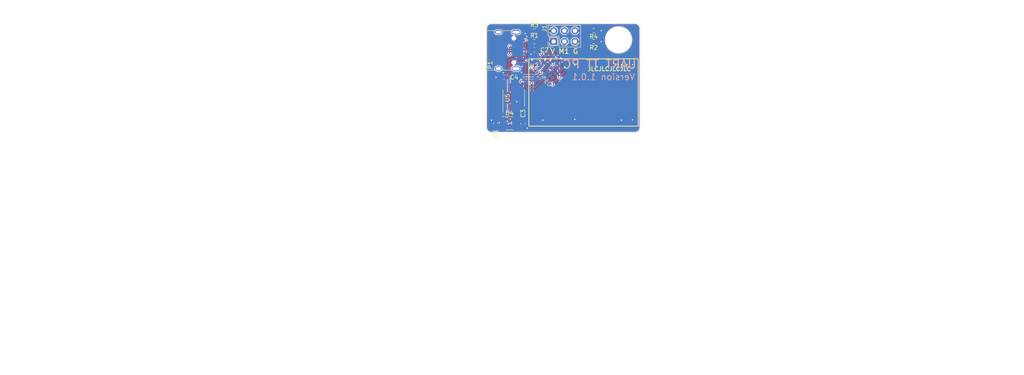
<source format=kicad_pcb>
(kicad_pcb (version 20211014) (generator pcbnew)
  (title_block (title "UART TT PC") (date "2022-03-10") (rev "1.0.1"))
  (layers (0 "F.Cu" signal) (31 "B.Cu" signal) (34 "B.Paste" user) (35 "F.Paste" user) (36 "B.SilkS" user "B.Silkscreen") (37 "F.SilkS" user "F.Silkscreen") (38 "B.Mask" user) (39 "F.Mask" user) (44 "Edge.Cuts" user))
  (net 0 "")
  (net 1 "+5V")
  (net 2 "GND")
  (net 3 "+3V3")
  (net 4 "Net-(C4-Pad1)")
  (net 5 "Net-(J1-Pad1)")
  (net 6 "Net-(J1-Pad2)")
  (net 7 "/M1")
  (net 8 "/M0")
  (net 9 "Net-(J1-Pad5)")
  (net 10 "Net-(J1-Pad6)")
  (net 12 "/USB_DP")
  (net 13 "/USB_DM")
  (net 17 "/U_RXD")
  (net 24 "/U0_RXD")
  (net 25 "/U0_TXD")
  (net 26 "/U_TXD")
  (footprint "TTLibrary:SOIC-8_3.9x4.9mm_P1.27mm" (layer "F.Cu") (at 141.8 95.5 90)
    (fp_text reference "U5" (at 0 -1.5 90) (layer "F.SilkS"))
    (fp_text value "CH330N")
    (fp_line (start 0 -2.56) (end 1.95 -2.56) (layer "F.SilkS") (width 0.12))
    (fp_line (start 0 2.56) (end -1.95 2.56) (layer "F.SilkS") (width 0.12))
    (fp_line (start 0 -2.56) (end -3.45 -2.56) (layer "F.SilkS") (width 0.12))
    (fp_line (start 0 2.56) (end 1.95 2.56) (layer "F.SilkS") (width 0.12))
    (pad "1" smd roundrect (at -2.475 -1.905 90) (size 1.95 0.6) (layers "F.Cu" "F.Paste" "F.Mask") (net 12 "/USB_DP"))
    (pad "2" smd roundrect (at -2.475 -0.635 90) (size 1.95 0.6) (layers "F.Cu" "F.Paste" "F.Mask") (net 13 "/USB_DM"))
    (pad "3" smd roundrect (at -2.475 0.635 90) (size 1.95 0.6) (layers "F.Cu" "F.Paste" "F.Mask") (net 2 "GND"))
    (pad "4" smd roundrect (at -2.475 1.905 90) (size 1.95 0.6) (layers "F.Cu" "F.Paste" "F.Mask"))
    (pad "5" smd roundrect (at 2.475 1.905 90) (size 1.95 0.6) (layers "F.Cu" "F.Paste" "F.Mask") (net 1 "+5V"))
    (pad "6" smd roundrect (at 2.475 0.635 90) (size 1.95 0.6) (layers "F.Cu" "F.Paste" "F.Mask") (net 24 "/U0_RXD"))
    (pad "7" smd roundrect (at 2.475 -0.635 90) (size 1.95 0.6) (layers "F.Cu" "F.Paste" "F.Mask") (net 25 "/U0_TXD"))
    (pad "8" smd roundrect (at 2.475 -1.905 90) (size 1.95 0.6) (layers "F.Cu" "F.Paste" "F.Mask") (net 4 "Net-(C4-Pad1)"))
  )
  (footprint "TTLibrary:R_0603_1608Metric" (layer "F.Cu") (at 146.7 82.1)
    (fp_text reference "R1" (at 0 -1.43 -180) (layer "F.SilkS"))
    (fp_text value "10kR")
    (fp_line (start -0.237258 0.5225) (end 0.237258 0.5225) (layer "F.SilkS") (width 0.12))
    (fp_line (start -0.237258 -0.5225) (end 0.237258 -0.5225) (layer "F.SilkS") (width 0.12))
    (pad "1" smd roundrect (at -0.825 0) (size 0.8 0.95) (layers "F.Cu" "F.Paste" "F.Mask") (net 3 "+3V3"))
    (pad "2" smd roundrect (at 0.825 0) (size 0.8 0.95) (layers "F.Cu" "F.Paste" "F.Mask") (net 5 "Net-(J1-Pad1)"))
  )
  (footprint "TTLibrary:R_0603_1608Metric" (layer "F.Cu") (at 146.7 79.6)
    (fp_text reference "R3" (at 0 -1.43 -180) (layer "F.SilkS"))
    (fp_text value "10kR")
    (fp_line (start -0.237258 -0.5225) (end 0.237258 -0.5225) (layer "F.SilkS") (width 0.12))
    (fp_line (start -0.237258 0.5225) (end 0.237258 0.5225) (layer "F.SilkS") (width 0.12))
    (pad "1" smd roundrect (at -0.825 0) (size 0.8 0.95) (layers "F.Cu" "F.Paste" "F.Mask") (net 3 "+3V3"))
    (pad "2" smd roundrect (at 0.825 0) (size 0.8 0.95) (layers "F.Cu" "F.Paste" "F.Mask") (net 6 "Net-(J1-Pad2)"))
  )
  (footprint "TTLibrary:PinHeader_2x03_P2.54mm_Vertical" (layer "F.Cu") (at 151.275 82.075 90)
    (fp_text reference "J1" (at 3.075 -2.175 90) (layer "F.SilkS"))
    (fp_text value "Conn_02x03_Odd_Even")
    (fp_line (start -1.33 0) (end -1.33 -1.33) (layer "F.SilkS") (width 0.12))
    (fp_line (start -1.33 -1.33) (end 0 -1.33) (layer "F.SilkS") (width 0.12))
    (fp_line (start 1.27 1.27) (end 1.27 -1.33) (layer "F.SilkS") (width 0.12))
    (fp_line (start -1.33 1.27) (end -1.33 6.41) (layer "F.SilkS") (width 0.12))
    (fp_line (start 3.87 -1.33) (end 3.87 6.41) (layer "F.SilkS") (width 0.12))
    (fp_line (start -1.33 1.27) (end 1.27 1.27) (layer "F.SilkS") (width 0.12))
    (fp_line (start 1.27 -1.33) (end 3.87 -1.33) (layer "F.SilkS") (width 0.12))
    (fp_line (start -1.33 6.41) (end 3.87 6.41) (layer "F.SilkS") (width 0.12))
    (pad "1" thru_hole rect (at 0 0 90) (size 1.7 1.7) (drill 1) (layers *.Cu *.Mask) (net 5 "Net-(J1-Pad1)"))
    (pad "2" thru_hole oval (at 2.54 0 90) (size 1.7 1.7) (drill 1) (layers *.Cu *.Mask) (net 6 "Net-(J1-Pad2)"))
    (pad "3" thru_hole oval (at 0 2.54 90) (size 1.7 1.7) (drill 1) (layers *.Cu *.Mask) (net 7 "/M1"))
    (pad "4" thru_hole oval (at 2.54 2.54 90) (size 1.7 1.7) (drill 1) (layers *.Cu *.Mask) (net 8 "/M0"))
    (pad "5" thru_hole oval (at 0 5.08 90) (size 1.7 1.7) (drill 1) (layers *.Cu *.Mask) (net 9 "Net-(J1-Pad5)"))
    (pad "6" thru_hole oval (at 2.54 5.08 90) (size 1.7 1.7) (drill 1) (layers *.Cu *.Mask) (net 10 "Net-(J1-Pad6)"))
  )
  (footprint "TTLibrary:C_0603_1608Metric" (layer "F.Cu") (at 146.7 84.1 180)
    (fp_text reference "C2" (at -2.4 0) (layer "F.SilkS"))
    (fp_text value "10uF")
    (fp_line (start -0.14058 -0.51) (end 0.14058 -0.51) (layer "F.SilkS") (width 0.12))
    (fp_line (start -0.14058 0.51) (end 0.14058 0.51) (layer "F.SilkS") (width 0.12))
    (pad "1" smd roundrect (at -0.775 0 180) (size 0.9 0.95) (layers "F.Cu" "F.Paste" "F.Mask") (net 3 "+3V3"))
    (pad "2" smd roundrect (at 0.775 0 180) (size 0.9 0.95) (layers "F.Cu" "F.Paste" "F.Mask") (net 2 "GND"))
  )
  (footprint "TTLibrary:SOT-23-5" (layer "F.Cu") (at 140.8 101.5)
    (fp_text reference "U4" (at 0 -2.4) (layer "F.SilkS"))
    (fp_text value "HX9193")
    (fp_line (start 0 1.56) (end -0.8 1.56) (layer "F.SilkS") (width 0.12))
    (fp_line (start 0 1.56) (end 0.8 1.56) (layer "F.SilkS") (width 0.12))
    (fp_line (start 0 -1.56) (end 0.8 -1.56) (layer "F.SilkS") (width 0.12))
    (fp_line (start 0 -1.56) (end -1.8 -1.56) (layer "F.SilkS") (width 0.12))
    (pad "1" smd roundrect (at -1.1375 -0.95) (size 1.325 0.6) (layers "F.Cu" "F.Paste" "F.Mask") (net 1 "+5V"))
    (pad "2" smd roundrect (at -1.1375 0) (size 1.325 0.6) (layers "F.Cu" "F.Paste" "F.Mask") (net 2 "GND"))
    (pad "3" smd roundrect (at -1.1375 0.95) (size 1.325 0.6) (layers "F.Cu" "F.Paste" "F.Mask") (net 1 "+5V"))
    (pad "4" smd roundrect (at 1.1375 0.95) (size 1.325 0.6) (layers "F.Cu" "F.Paste" "F.Mask"))
    (pad "5" smd roundrect (at 1.1375 -0.95) (size 1.325 0.6) (layers "F.Cu" "F.Paste" "F.Mask") (net 3 "+3V3"))
  )
  (footprint "TTLibrary:R_0603_1608Metric" (layer "F.Cu") (at 160.8 82.1 180)
    (fp_text reference "R2" (at 0 -1.43) (layer "F.SilkS"))
    (fp_text value "10kR")
    (fp_line (start -0.237258 -0.5225) (end 0.237258 -0.5225) (layer "F.SilkS") (width 0.12))
    (fp_line (start -0.237258 0.5225) (end 0.237258 0.5225) (layer "F.SilkS") (width 0.12))
    (pad "1" smd roundrect (at -0.825 0 180) (size 0.8 0.95) (layers "F.Cu" "F.Paste" "F.Mask") (net 2 "GND"))
    (pad "2" smd roundrect (at 0.825 0 180) (size 0.8 0.95) (layers "F.Cu" "F.Paste" "F.Mask") (net 9 "Net-(J1-Pad5)"))
  )
  (footprint "TTLibrary:C_0603_1608Metric" (layer "F.Cu") (at 137.5 101.5 90)
    (fp_text reference "C1" (at -2.4 0 -90) (layer "F.SilkS"))
    (fp_text value "100nF")
    (fp_line (start -0.14058 0.51) (end 0.14058 0.51) (layer "F.SilkS") (width 0.12))
    (fp_line (start -0.14058 -0.51) (end 0.14058 -0.51) (layer "F.SilkS") (width 0.12))
    (pad "1" smd roundrect (at -0.775 0 90) (size 0.9 0.95) (layers "F.Cu" "F.Paste" "F.Mask") (net 1 "+5V"))
    (pad "2" smd roundrect (at 0.775 0 90) (size 0.9 0.95) (layers "F.Cu" "F.Paste" "F.Mask") (net 2 "GND"))
  )
  (footprint "TTLibrary:USB_C_Receptacle_HRO_TYPE-C-31-M-12" (layer "F.Cu") (at 139.2 84.2 -90)
    (fp_text reference "P1" (at 3.5 3 90) (layer "F.SilkS"))
    (fp_text value "USB_C_Plug_USB2.0")
    (fp_line (start -4.7 -1.9) (end -4.7 0.1) (layer "F.SilkS") (width 0.12))
    (fp_line (start 4.7 2) (end 4.7 3.9) (layer "F.SilkS") (width 0.12))
    (fp_line (start -4.7 3.9) (end 4.7 3.9) (layer "F.SilkS") (width 0.12))
    (fp_line (start 4.7 -1.9) (end 4.7 0.1) (layer "F.SilkS") (width 0.12))
    (fp_line (start -4.7 2) (end -4.7 3.9) (layer "F.SilkS") (width 0.12))
    (pad "" np_thru_hole circle locked (at -2.89 -2.6 270) (size 0.65 0.65) (drill 0.65) (layers *.Cu *.Mask))
    (pad "" np_thru_hole circle locked (at 2.89 -2.6 270) (size 0.65 0.65) (drill 0.65) (layers *.Cu *.Mask))
    (pad "A1" smd rect locked (at -3.25 -4.045 270) (size 0.6 1.45) (layers "F.Cu" "F.Paste" "F.Mask") (net 2 "GND"))
    (pad "A4" smd rect locked (at -2.45 -4.045 270) (size 0.6 1.45) (layers "F.Cu" "F.Paste" "F.Mask") (net 1 "+5V"))
    (pad "A5" smd rect locked (at -1.25 -4.045 270) (size 0.3 1.45) (layers "F.Cu" "F.Paste" "F.Mask"))
    (pad "A6" smd rect locked (at -0.25 -4.045 270) (size 0.3 1.45) (layers "F.Cu" "F.Paste" "F.Mask") (net 12 "/USB_DP"))
    (pad "A7" smd rect locked (at 0.25 -4.045 270) (size 0.3 1.45) (layers "F.Cu" "F.Paste" "F.Mask") (net 13 "/USB_DM"))
    (pad "A8" smd rect locked (at 1.25 -4.045 270) (size 0.3 1.45) (layers "F.Cu" "F.Paste" "F.Mask"))
    (pad "A9" smd rect locked (at 2.45 -4.045 270) (size 0.6 1.45) (layers "F.Cu" "F.Paste" "F.Mask") (net 1 "+5V"))
    (pad "A12" smd rect locked (at 3.25 -4.045 270) (size 0.6 1.45) (layers "F.Cu" "F.Paste" "F.Mask") (net 2 "GND"))
    (pad "B1" smd rect locked (at 3.25 -4.045 270) (size 0.6 1.45) (layers "F.Cu" "F.Paste" "F.Mask") (net 2 "GND"))
    (pad "B4" smd rect locked (at 2.45 -4.045 270) (size 0.6 1.45) (layers "F.Cu" "F.Paste" "F.Mask") (net 1 "+5V"))
    (pad "B5" smd rect locked (at 1.75 -4.045 270) (size 0.3 1.45) (layers "F.Cu" "F.Paste" "F.Mask"))
    (pad "B6" smd rect locked (at 0.75 -4.045 270) (size 0.3 1.45) (layers "F.Cu" "F.Paste" "F.Mask") (net 12 "/USB_DP"))
    (pad "B7" smd rect locked (at -0.75 -4.045 270) (size 0.3 1.45) (layers "F.Cu" "F.Paste" "F.Mask") (net 13 "/USB_DM"))
    (pad "B8" smd rect locked (at -1.75 -4.045 270) (size 0.3 1.45) (layers "F.Cu" "F.Paste" "F.Mask"))
    (pad "B9" smd rect locked (at -2.45 -4.045 270) (size 0.6 1.45) (layers "F.Cu" "F.Paste" "F.Mask") (net 1 "+5V"))
    (pad "B12" smd rect locked (at -3.25 -4.045 270) (size 0.6 1.45) (layers "F.Cu" "F.Paste" "F.Mask") (net 2 "GND"))
    (pad "S1" thru_hole oval locked (at -4.32 1.05 270) (size 1 1.6) (drill oval 0.6 1.2) (layers *.Cu *.Mask))
    (pad "S1" thru_hole oval locked (at -4.32 -3.13 270) (size 1 2.1) (drill oval 0.6 1.7) (layers *.Cu *.Mask))
    (pad "S1" thru_hole oval locked (at 4.32 1.05 270) (size 1 1.6) (drill oval 0.6 1.2) (layers *.Cu *.Mask))
    (pad "S1" thru_hole oval locked (at 4.32 -3.13 270) (size 1 2.1) (drill oval 0.6 1.7) (layers *.Cu *.Mask))
  )
  (footprint "TTLibrary:C_0603_1608Metric" (layer "F.Cu") (at 144 101.6 -90)
    (fp_text reference "C3" (at -2.4 0 -270) (layer "F.SilkS"))
    (fp_text value "100nF")
    (fp_line (start -0.14058 -0.51) (end 0.14058 -0.51) (layer "F.SilkS") (width 0.12))
    (fp_line (start -0.14058 0.51) (end 0.14058 0.51) (layer "F.SilkS") (width 0.12))
    (pad "1" smd roundrect (at -0.775 0 270) (size 0.9 0.95) (layers "F.Cu" "F.Paste" "F.Mask") (net 3 "+3V3"))
    (pad "2" smd roundrect (at 0.775 0 270) (size 0.9 0.95) (layers "F.Cu" "F.Paste" "F.Mask") (net 2 "GND"))
  )
  (footprint "TTLibrary:C_0603_1608Metric" (layer "F.Cu") (at 139.5 90.6 180)
    (fp_text reference "C4" (at -2.4 0) (layer "F.SilkS"))
    (fp_text value "100nF")
    (fp_line (start -0.14058 0.51) (end 0.14058 0.51) (layer "F.SilkS") (width 0.12))
    (fp_line (start -0.14058 -0.51) (end 0.14058 -0.51) (layer "F.SilkS") (width 0.12))
    (pad "1" smd roundrect (at -0.775 0 180) (size 0.9 0.95) (layers "F.Cu" "F.Paste" "F.Mask") (net 4 "Net-(C4-Pad1)"))
    (pad "2" smd roundrect (at 0.775 0 180) (size 0.9 0.95) (layers "F.Cu" "F.Paste" "F.Mask") (net 2 "GND"))
  )
  (footprint "TTLibrary:R_0603_1608Metric" (layer "F.Cu") (at 160.8 79.5 180)
    (fp_text reference "R4" (at 0 -1.43) (layer "F.SilkS"))
    (fp_text value "10kR")
    (fp_line (start -0.237258 -0.5225) (end 0.237258 -0.5225) (layer "F.SilkS") (width 0.12))
    (fp_line (start -0.237258 0.5225) (end 0.237258 0.5225) (layer "F.SilkS") (width 0.12))
    (pad "1" smd roundrect (at -0.825 0 180) (size 0.8 0.95) (layers "F.Cu" "F.Paste" "F.Mask") (net 2 "GND"))
    (pad "2" smd roundrect (at 0.825 0 180) (size 0.8 0.95) (layers "F.Cu" "F.Paste" "F.Mask") (net 10 "Net-(J1-Pad6)"))
  )
  (footprint "TTLibrary:E220-900T22S" (layer "F.Cu") (at 145.375 102.2)
    (fp_text reference "U2" (at 1.225 -14.3 unlocked) (layer "F.SilkS"))
    (fp_text value "E220-900T22S")
    (fp_rect (start 0 -16) (end 26 0) (layer "F.SilkS") (width 0.2) (fill none))
    (pad "1" smd rect (at 2 0 90) (size 1.5 0.8) (layers "F.Cu" "F.Paste" "F.Mask"))
    (pad "2" smd rect (at 3.27 0 90) (size 1.5 0.8) (layers "F.Cu" "F.Paste" "F.Mask") (net 2 "GND"))
    (pad "3" smd rect (at 4.54 0 90) (size 1.5 0.8) (layers "F.Cu" "F.Paste" "F.Mask"))
    (pad "4" smd rect (at 5.81 0 90) (size 1.5 0.8) (layers "F.Cu" "F.Paste" "F.Mask"))
    (pad "5" smd rect (at 7.08 0 90) (size 1.5 0.8) (layers "F.Cu" "F.Paste" "F.Mask"))
    (pad "6" smd rect (at 8.35 0 90) (size 1.5 0.8) (layers "F.Cu" "F.Paste" "F.Mask"))
    (pad "7" smd rect (at 9.62 0 90) (size 1.5 0.8) (layers "F.Cu" "F.Paste" "F.Mask"))
    (pad "8" smd rect (at 10.89 0 90) (size 1.5 0.8) (layers "F.Cu" "F.Paste" "F.Mask") (net 2 "GND"))
    (pad "11" smd rect (at 22.06 0 90) (size 1.5 0.8) (layers "F.Cu" "F.Paste" "F.Mask") (net 2 "GND"))
    (pad "12" smd rect (at 23.33 0 90) (size 1.5 0.8) (layers "F.Cu" "F.Paste" "F.Mask"))
    (pad "13" smd rect (at 24.6 0 90) (size 1.5 0.8) (layers "F.Cu" "F.Paste" "F.Mask") (net 2 "GND"))
    (pad "14" smd rect (at 24.6 -16 90) (size 1.5 0.8) (layers "F.Cu" "F.Paste" "F.Mask") (net 2 "GND"))
    (pad "15" smd rect (at 23.33 -16 90) (size 1.5 0.8) (layers "F.Cu" "F.Paste" "F.Mask") (net 2 "GND"))
    (pad "16" smd rect (at 22.06 -16 90) (size 1.5 0.8) (layers "F.Cu" "F.Paste" "F.Mask") (net 2 "GND"))
    (pad "19" smd rect (at 10.89 -16 90) (size 1.5 0.8) (layers "F.Cu" "F.Paste" "F.Mask") (net 2 "GND"))
    (pad "20" smd rect (at 9.62 -16 90) (size 1.5 0.8) (layers "F.Cu" "F.Paste" "F.Mask") (net 8 "/M0"))
    (pad "21" smd rect (at 8.35 -16 90) (size 1.5 0.8) (layers "F.Cu" "F.Paste" "F.Mask") (net 7 "/M1"))
    (pad "22" smd rect (at 7.08 -16 90) (size 1.5 0.8) (layers "F.Cu" "F.Paste" "F.Mask") (net 17 "/U_RXD"))
    (pad "23" smd rect (at 5.81 -16 90) (size 1.5 0.8) (layers "F.Cu" "F.Paste" "F.Mask") (net 26 "/U_TXD"))
    (pad "24" smd rect (at 4.54 -16 90) (size 1.5 0.8) (layers "F.Cu" "F.Paste" "F.Mask"))
    (pad "25" smd rect (at 3.27 -16 90) (size 1.5 0.8) (layers "F.Cu" "F.Paste" "F.Mask") (net 3 "+3V3"))
    (pad "26" smd rect (at 2 -16 90) (size 1.5 0.8) (layers "F.Cu" "F.Paste" "F.Mask"))
  )
  (footprint "Package_TO_SOT_SMD:SOT-23-6" (layer "B.Cu") (at 149.1 87.2 -135)
    (fp_text reference "U3" (at 2.757716 0.070711 135) (layer "B.SilkS") (effects (justify mirror)))
    (fp_text value "RS0101YH6")
    (fp_line (start 0 -1.56) (end -0.8 -1.56) (layer "B.SilkS") (width 0.12))
    (fp_line (start 0 1.56) (end 0.8 1.56) (layer "B.SilkS") (width 0.12))
    (fp_line (start 0 -1.56) (end 0.8 -1.56) (layer "B.SilkS") (width 0.12))
    (fp_line (start 0 1.56) (end -1.8 1.56) (layer "B.SilkS") (width 0.12))
    (pad "1" smd roundrect (at -1.1375 0.95 225) (size 1.325 0.6) (layers "B.Cu" "B.Paste" "B.Mask") (net 3 "+3V3"))
    (pad "2" smd roundrect (at -1.1375 0 225) (size 1.325 0.6) (layers "B.Cu" "B.Paste" "B.Mask") (net 2 "GND"))
    (pad "3" smd roundrect (at -1.1375 -0.95 225) (size 1.325 0.6) (layers "B.Cu" "B.Paste" "B.Mask") (net 26 "/U_TXD"))
    (pad "4" smd roundrect (at 1.1375 -0.95 225) (size 1.325 0.6) (layers "B.Cu" "B.Paste" "B.Mask") (net 25 "/U0_TXD"))
    (pad "5" smd roundrect (at 1.1375 0 225) (size 1.325 0.6) (layers "B.Cu" "B.Paste" "B.Mask") (net 1 "+5V"))
    (pad "6" smd roundrect (at 1.1375 0.95 225) (size 1.325 0.6) (layers "B.Cu" "B.Paste" "B.Mask") (net 1 "+5V"))
  )
  (footprint "Package_TO_SOT_SMD:SOT-23-6" (layer "B.Cu") (at 151.9 90 -135)
    (fp_text reference "U1" (at 2.757716 0.070711 135) (layer "B.SilkS") (effects (justify mirror)))
    (fp_text value "RS0101YH6")
    (fp_line (start 0 -1.56) (end -0.8 -1.56) (layer "B.SilkS") (width 0.12))
    (fp_line (start 0 -1.56) (end 0.8 -1.56) (layer "B.SilkS") (width 0.12))
    (fp_line (start 0 1.56) (end -1.8 1.56) (layer "B.SilkS") (width 0.12))
    (fp_line (start 0 1.56) (end 0.8 1.56) (layer "B.SilkS") (width 0.12))
    (pad "1" smd roundrect (at -1.1375 0.95 225) (size 1.325 0.6) (layers "B.Cu" "B.Paste" "B.Mask") (net 3 "+3V3"))
    (pad "2" smd roundrect (at -1.1375 0 225) (size 1.325 0.6) (layers "B.Cu" "B.Paste" "B.Mask") (net 2 "GND"))
    (pad "3" smd roundrect (at -1.1375 -0.95 225) (size 1.325 0.6) (layers "B.Cu" "B.Paste" "B.Mask") (net 17 "/U_RXD"))
    (pad "4" smd roundrect (at 1.1375 -0.95 225) (size 1.325 0.6) (layers "B.Cu" "B.Paste" "B.Mask") (net 24 "/U0_RXD"))
    (pad "5" smd roundrect (at 1.1375 0 225) (size 1.325 0.6) (layers "B.Cu" "B.Paste" "B.Mask") (net 1 "+5V"))
    (pad "6" smd roundrect (at 1.1375 0.95 225) (size 1.325 0.6) (layers "B.Cu" "B.Paste" "B.Mask") (net 1 "+5V"))
  )
  (gr_arc (start 170.694842 77.786016) (mid 171.480917 78.105547) (end 171.813908 78.886016) (layer "Edge.Cuts") (width 0.1))
  (gr_line (start 135.286092 102.613984) (end 135.3 78.919066) (layer "Edge.Cuts") (width 0.1))
  (gr_arc (start 136.405158 103.713984) (mid 135.619083 103.394453) (end 135.286092 102.613984) (layer "Edge.Cuts") (width 0.1))
  (gr_arc (start 135.3 78.919066) (mid 135.619531 78.132991) (end 136.4 77.8) (layer "Edge.Cuts") (width 0.1))
  (gr_circle (center 166.7 81.7) (end 169.2 83.5) (layer "Edge.Cuts") (width 0.1) (fill none))
  (gr_line (start 136.4 77.8) (end 170.694842 77.786016) (layer "Edge.Cuts") (width 0.1))
  (gr_arc (start 171.813984 102.594842) (mid 171.494453 103.380917) (end 170.713984 103.713908) (layer "Edge.Cuts") (width 0.1))
  (gr_line (start 170.713984 103.713908) (end 136.405158 103.713984) (layer "Edge.Cuts") (width 0.1))
  (gr_line (start 171.813908 78.886016) (end 171.813984 102.594842) (layer "Edge.Cuts") (width 0.1))
  (gr_text "Version 1.0.1" (at 163.1 90.5) (layer "B.SilkS") (effects (font (size 1.5 1.5) (thickness 0.2)) (justify mirror)))
  (gr_text "UART TT PC" (at 162.2 87.5) (layer "B.SilkS") (effects (font (size 2 2) (thickness 0.3)) (justify mirror)))
  (gr_text "V M1 G" (at 153.8 84.4) (layer "F.SilkS") (effects (font (size 1.2 1.2) (thickness 0.2))))
  (gr_text "JLCJLCJLCJLC" (at 164.5 88.6) (layer "F.SilkS") (effects (font (size 1 1) (thickness 0.2))))
  (segment (start 140.45 100.55) (end 140.9 101) (width 0.5) (layer "F.Cu") (net 1))
  (segment (start 139.6625 100.55) (end 140.45 100.55) (width 0.5) (layer "F.Cu") (net 1))
  (segment (start 143.245 86.65) (end 144.55 86.65) (width 0.5) (layer "F.Cu") (net 1))
  (segment (start 143.705 91.605) (end 143.7 91.6) (width 0.5) (layer "F.Cu") (net 1))
  (segment (start 143.705 93.025) (end 143.705 91.605) (width 0.5) (layer "F.Cu") (net 1))
  (segment (start 139.6625 102.45) (end 137.675 102.45) (width 0.5) (layer "F.Cu") (net 1))
  (segment (start 144.6 81.8) (end 143.295 81.8) (width 0.5) (layer "F.Cu") (net 1))
  (segment (start 140.9 101.5) (end 140.9 102) (width 0.5) (layer "F.Cu") (net 1))
  (segment (start 140.45 102.45) (end 139.6625 102.45) (width 0.5) (layer "F.Cu") (net 1))
  (segment (start 140.9 101) (end 140.9 101.5) (width 0.5) (layer "F.Cu") (net 1))
  (segment (start 140.9 102) (end 140.45 102.45) (width 0.5) (layer "F.Cu") (net 1))
  (segment (start 143.295 81.8) (end 143.245 81.75) (width 0.5) (layer "F.Cu") (net 1))
  (segment (start 144.55 86.65) (end 144.6 86.6) (width 0.5) (layer "F.Cu") (net 1))
  (segment (start 137.675 102.45) (end 137.5 102.275) (width 0.5) (layer "F.Cu") (net 1))
  (via (at 144.6 86.6) (size 0.6) (drill 0.3) (layers "F.Cu" "B.Cu") (net 1))
  (via (at 144.6 81.8) (size 0.6) (drill 0.3) (layers "F.Cu" "B.Cu") (net 1))
  (via (at 143.7 91.6) (size 0.8) (drill 0.4) (layers "F.Cu" "B.Cu") (net 1))
  (via (at 140.9 101.5) (size 0.6) (drill 0.3) (layers "F.Cu" "B.Cu") (net 1))
  (segment (start 149.656498 90.9) (end 150.423915 90.132583) (width 0.5) (layer "B.Cu") (net 1))
  (segment (start 146.5 93.3) (end 148.1 91.7) (width 0.5) (layer "B.Cu") (net 1))
  (segment (start 143.7 91.6) (end 144.6 90.7) (width 0.5) (layer "B.Cu") (net 1))
  (segment (start 140.6 101.2) (end 140.6 86.7) (width 0.5) (layer "B.Cu") (net 1))
  (segment (start 144.6 90.7) (end 144.6 86.6) (width 0.5) (layer "B.Cu") (net 1))
  (segment (start 148.9 90.9) (end 149.656498 90.9) (width 0.5) (layer "B.Cu") (net 1))
  (segment (start 141.034521 86.265479) (end 144.265479 86.265479) (width 0.5) (layer "B.Cu") (net 1))
  (segment (start 151.095666 90.804334) (end 150.423915 90.132583) (width 0.5) (layer "B.Cu") (net 1))
  (segment (start 148.295666 88.004334) (end 147.350489 88.949511) (width 0.5) (layer "B.Cu") (net 1))
  (segment (start 143.7 91.6) (end 143.7 91.8) (width 0.5) (layer "B.Cu") (net 1))
  (segment (start 144.265479 86.265479) (end 144.6 86.6) (width 0.5) (layer "B.Cu") (net 1))
  (segment (start 148.1 91.7) (end 148.9 90.9) (width 0.5) (layer "B.Cu") (net 1))
  (segment (start 147.350489 89.850489) (end 148.65 91.15) (width 0.5) (layer "B.Cu") (net 1))
  (segment (start 144.6 86.6) (end 144.6 81.8) (width 0.5) (layer "B.Cu") (net 1))
  (segment (start 148.65 91.15) (end 148.1 91.7) (width 0.5) (layer "B.Cu") (net 1))
  (segment (start 143.7 91.8) (end 145.2 93.3) (width 0.5) (layer "B.Cu") (net 1))
  (segment (start 145.2 93.3) (end 146.5 93.3) (width 0.5) (layer "B.Cu") (net 1))
  (segment (start 140.9 101.5) (end 140.6 101.2) (width 0.5) (layer "B.Cu") (net 1))
  (segment (start 148.295666 88.004334) (end 147.623915 87.332583) (width 0.5) (layer "B.Cu") (net 1))
  (segment (start 147.350489 88.949511) (end 147.350489 89.850489) (width 0.5) (layer "B.Cu") (net 1))
  (segment (start 140.6 86.7) (end 141.034521 86.265479) (width 0.5) (layer "B.Cu") (net 1))
  (via (at 143.8 88) (size 0.6) (drill 0.3) (layers "F.Cu" "B.Cu") (net 2))
  (via (at 150.4 88.8) (size 0.8) (drill 0.4) (layers "F.Cu" "B.Cu") (net 2))
  (via (at 138.4 101.4) (size 0.6) (drill 0.3) (layers "F.Cu" "B.Cu") (net 2))
  (via (at 167.4 87.6) (size 0.6) (drill 0.3) (layers "F.Cu" "B.Cu") (net 2))
  (via (at 167.4 100.8) (size 0.6) (drill 0.3) (layers "F.Cu" "B.Cu") (net 2))
  (via (at 162.6 82.1) (size 0.6) (drill 0.3) (layers "F.Cu" "B.Cu") (net 2))
  (via (at 168.7 87.6) (size 0.6) (drill 0.3) (layers "F.Cu" "B.Cu") (net 2))
  (via (at 156.3 87.7) (size 0.6) (drill 0.3) (layers "F.Cu" "B.Cu") (net 2))
  (via (at 156.3 100.6) (size 0.6) (drill 0.3) (layers "F.Cu" "B.Cu") (net 2))
  (via (at 146.1 86.5) (size 0.8) (drill 0.4) (layers "F.Cu" "B.Cu") (net 2))
  (via (at 144.5 80.2) (size 0.6) (drill 0.3) (layers "F.Cu" "B.Cu") (net 2))
  (via (at 145 102.7) (size 0.6) (drill 0.3) (layers "F.Cu" "B.Cu") (net 2))
  (via (at 144.9 80.9) (size 0.6) (drill 0.3) (layers "F.Cu" "B.Cu") (net 2))
  (via (at 137.6 90.6) (size 0.6) (drill 0.3) (layers "F.Cu" "B.Cu") (net 2))
  (via (at 143.6 89.4) (size 0.6) (drill 0.3) (layers "F.Cu" "B.Cu") (net 2))
  (via (at 170 87.6) (size 0.6) (drill 0.3) (layers "F.Cu" "B.Cu") (net 2))
  (via (at 142.5 96.4) (size 0.6) (drill 0.3) (layers "F.Cu" "B.Cu") (net 2))
  (via (at 136.5 100.8) (size 0.6) (drill 0.3) (layers "F.Cu" "B.Cu") (net 2))
  (via (at 145.9 85.1) (size 0.6) (drill 0.3) (layers "F.Cu" "B.Cu") (net 2))
  (via (at 153.9 88.2) (size 0.8) (drill 0.4) (layers "F.Cu" "B.Cu") (net 2))
  (via (at 162.6 79.5) (size 0.6) (drill 0.3) (layers "F.Cu" "B.Cu") (net 2))
  (via (at 170 100.7) (size 0.6) (drill 0.3) (layers "F.Cu" "B.Cu") (net 2))
  (via (at 148.7 100.8) (size 0.6) (drill 0.3) (layers "F.Cu" "B.Cu") (net 2))
  (via (at 139.3 89.5) (size 0.6) (drill 0.3) (layers "F.Cu" "B.Cu") (net 2))
  (segment (start 145.875 82.1) (end 145.875 82.5) (width 0.5) (layer "F.Cu") (net 3))
  (segment (start 146.1 99.5) (end 146.1 92.1) (width 0.5) (layer "F.Cu") (net 3))
  (segment (start 145.875 82.5) (end 147.475 84.1) (width 0.5) (layer "F.Cu") (net 3))
  (segment (start 141.9375 100.55) (end 143.725 100.55) (width 0.5) (layer "F.Cu") (net 3))
  (segment (start 144 100.825) (end 144.775 100.825) (width 0.5) (layer "F.Cu") (net 3))
  (segment (start 145.875 79.6) (end 145.875 82.1) (width 0.5) (layer "F.Cu") (net 3))
  (segment (start 148 88.4) (end 148.645 87.755) (width 0.5) (layer "F.Cu") (net 3))
  (segment (start 148.645 87.755) (end 148.645 86.2) (width 0.5) (layer "F.Cu") (net 3))
  (segment (start 146.1 92.1) (end 146 92) (width 0.5) (layer "F.Cu") (net 3))
  (segment (start 146.1 88.4) (end 148 88.4) (width 0.5) (layer "F.Cu") (net 3))
  (segment (start 148.3375 84.9625) (end 147.475 84.1) (width 0.5) (layer "F.Cu") (net 3))
  (segment (start 144.775 100.825) (end 146.1 99.5) (width 0.5) (layer "F.Cu") (net 3))
  (segment (start 143.725 100.55) (end 144 100.825) (width 0.5) (layer "F.Cu") (net 3))
  (segment (start 148.645 86.2) (end 148.645 85.27) (width 0.5) (layer "F.Cu") (net 3))
  (segment (start 148.645 85.27) (end 148.3375 84.9625) (width 0.5) (layer "F.Cu") (net 3))
  (via (at 146 92) (size 0.8) (drill 0.4) (layers "F.Cu" "B.Cu") (net 3))
  (via (at 148.3375 84.9625) (size 0.8) (drill 0.4) (layers "F.Cu" "B.Cu") (net 3))
  (via (at 146.1 88.4) (size 0.8) (drill 0.4) (layers "F.Cu" "B.Cu") (net 3))
  (segment (start 152.076085 88.523915) (end 153 87.6) (width 0.5) (layer "B.Cu") (net 3))
  (segment (start 146 88.5) (end 146.1 88.4) (width 0.5) (layer "B.Cu") (net 3))
  (segment (start 149.098915 85.723915) (end 148.3375 84.9625) (width 0.5) (layer "B.Cu") (net 3))
  (segment (start 150.156498 84.8) (end 149.232583 85.723915) (width 0.5) (layer "B.Cu") (net 3))
  (segment (start 146 92) (end 146 88.5) (width 0.5) (layer "B.Cu") (net 3))
  (segment (start 153 87.6) (end 153 86.5) (width 0.5) (layer "B.Cu") (net 3))
  (segment (start 153 86.5) (end 151.3 84.8) (width 0.5) (layer "B.Cu") (net 3))
  (segment (start 151.3 84.8) (end 150.156498 84.8) (width 0.5) (layer "B.Cu") (net 3))
  (segment (start 149.232583 85.723915) (end 149.098915 85.723915) (width 0.5) (layer "B.Cu") (net 3))
  (segment (start 152.032583 88.523915) (end 152.076085 88.523915) (width 0.5) (layer "B.Cu") (net 3))
  (segment (start 139.895 90.98) (end 140.275 90.6) (width 0.5) (layer "F.Cu") (net 4))
  (segment (start 139.895 93.025) (end 139.895 90.98) (width 0.5) (layer "F.Cu") (net 4))
  (segment (start 151.25 82.1) (end 151.275 82.075) (width 0.5) (layer "F.Cu") (net 5))
  (segment (start 147.525 82.1) (end 151.25 82.1) (width 0.5) (layer "F.Cu") (net 5))
  (segment (start 151.21 79.6) (end 151.275 79.535) (width 0.5) (layer "F.Cu") (net 6))
  (segment (start 147.525 79.6) (end 151.21 79.6) (width 0.5) (layer "F.Cu") (net 6))
  (segment (start 153.815 82.075) (end 153.815 86.11) (width 0.2) (layer "F.Cu") (net 7))
  (segment (start 153.815 86.11) (end 153.725 86.2) (width 0.2) (layer "F.Cu") (net 7))
  (segment (start 154.995 80.715) (end 154.995 86.2) (width 0.2) (layer "F.Cu") (net 8))
  (segment (start 153.815 79.535) (end 154.995 80.715) (width 0.2) (layer "F.Cu") (net 8))
  (segment (start 159.95 82.075) (end 159.975 82.1) (width 0.5) (layer "F.Cu") (net 9))
  (segment (start 156.355 82.075) (end 159.95 82.075) (width 0.5) (layer "F.Cu") (net 9))
  (segment (start 156.355 79.535) (end 159.94 79.535) (width 0.5) (layer "F.Cu") (net 10))
  (segment (start 159.94 79.535) (end 159.975 79.5) (width 0.5) (layer "F.Cu") (net 10))
  (segment (start 143.245 84.95) (end 144.25 84.95) (width 0.3) (layer "F.Cu") (net 12))
  (segment (start 136.1 86.5) (end 138.65 83.95) (width 0.3) (layer "F.Cu") (net 12))
  (segment (start 144.6 84.35) (end 144.2 83.95) (width 0.3) (layer "F.Cu") (net 12))
  (segment (start 139.895 97.975) (end 139.895 96.995) (width 0.3) (layer "F.Cu") (net 12))
  (segment (start 136.1 93.2) (end 136.1 86.5) (width 0.3) (layer "F.Cu") (net 12))
  (segment (start 144.2 83.95) (end 143.245 83.95) (width 0.3) (layer "F.Cu") (net 12))
  (segment (start 144.6 84.6) (end 144.6 84.35) (width 0.3) (layer "F.Cu") (net 12))
  (segment (start 144.25 84.95) (end 144.6 84.6) (width 0.3) (layer "F.Cu") (net 12))
  (segment (start 138.65 83.95) (end 143.245 83.95) (width 0.3) (layer "F.Cu") (net 12))
  (segment (start 139.895 96.995) (end 136.1 93.2) (width 0.3) (layer "F.Cu") (net 12))
  (segment (start 143.245 83.45) (end 141.05 83.45) (width 0.3) (layer "F.Cu") (net 13))
  (segment (start 140.8 85.2) (end 140.8 84.5) (width 0.3) (layer "F.Cu") (net 13))
  (segment (start 140.75 84.45) (end 138.856428 84.45) (width 0.3) (layer "F.Cu") (net 13))
  (segment (start 143.245 84.45) (end 140.75 84.45) (width 0.3) (layer "F.Cu") (net 13))
  (segment (start 136.59952 92.993092) (end 141.165 97.558572) (width 0.3) (layer "F.Cu") (net 13))
  (segment (start 141.05 83.45) (end 140.8 83.2) (width 0.3) (layer "F.Cu") (net 13))
  (segment (start 140.8 84.5) (end 140.75 84.45) (width 0.3) (layer "F.Cu") (net 13))
  (segment (start 141.165 97.558572) (end 141.165 97.975) (width 0.3) (layer "F.Cu") (net 13))
  (segment (start 136.59952 86.706908) (end 136.59952 92.993092) (width 0.3) (layer "F.Cu") (net 13))
  (segment (start 138.856428 84.45) (end 136.59952 86.706908) (width 0.3) (layer "F.Cu") (net 13))
  (via (at 140.8 83.2) (size 0.6) (drill 0.3) (layers "F.Cu" "B.Cu") (net 13))
  (via (at 140.8 85.2) (size 0.6) (drill 0.3) (layers "F.Cu" "B.Cu") (net 13))
  (segment (start 140.8 83.2) (end 140.8 85.2) (width 0.3) (layer "B.Cu") (net 13))
  (segment (start 152.455 86.2) (end 152.455 90.255) (width 0.3) (layer "F.Cu") (net 17))
  (segment (start 152.455 90.255) (end 152.7 90.5) (width 0.3) (layer "F.Cu") (net 17))
  (via (at 152.7 90.5) (size 0.8) (drill 0.4) (layers "F.Cu" "B.Cu") (net 17))
  (segment (start 152.743502 90.5) (end 153.376085 89.867417) (width 0.3) (layer "B.Cu") (net 17))
  (segment (start 152.7 90.5) (end 152.743502 90.5) (width 0.3) (layer "B.Cu") (net 17))
  (segment (start 150.6 92.2) (end 149.2 90.8) (width 0.3) (layer "F.Cu") (net 24))
  (segment (start 151 92.2) (end 150.6 92.2) (width 0.3) (layer "F.Cu") (net 24))
  (segment (start 149.2 90.8) (end 142.9 90.8) (width 0.3) (layer "F.Cu") (net 24))
  (segment (start 142.9 90.8) (end 142.435 91.265) (width 0.3) (layer "F.Cu") (net 24))
  (segment (start 142.435 91.265) (end 142.435 93.025) (width 0.3) (layer "F.Cu") (net 24))
  (via (at 151 92.2) (size 0.8) (drill 0.4) (layers "F.Cu" "B.Cu") (net 24))
  (segment (start 151.767417 91.476085) (end 151.723915 91.476085) (width 0.3) (layer "B.Cu") (net 24))
  (segment (start 151.723915 91.476085) (end 151 92.2) (width 0.3) (layer "B.Cu") (net 24))
  (segment (start 147.4 90.2) (end 142.3 90.2) (width 0.3) (layer "F.Cu") (net 25))
  (segment (start 148.2 89.4) (end 147.4 90.2) (width 0.3) (layer "F.Cu") (net 25))
  (segment (start 142.3 90.2) (end 141.165 91.335) (width 0.3) (layer "F.Cu") (net 25))
  (segment (start 141.165 91.335) (end 141.165 93.025) (width 0.3) (layer "F.Cu") (net 25))
  (via (at 148.2 89.4) (size 0.8) (drill 0.4) (layers "F.Cu" "B.Cu") (net 25))
  (segment (start 148.967417 88.676085) (end 148.923915 88.676085) (width 0.3) (layer "B.Cu") (net 25))
  (segment (start 148.923915 88.676085) (end 148.2 89.4) (width 0.3) (layer "B.Cu") (net 25))
  (segment (start 151.185 87.215) (end 151 87.4) (width 0.3) (layer "F.Cu") (net 26))
  (segment (start 151.185 86.2) (end 151.185 87.215) (width 0.3) (layer "F.Cu") (net 26))
  (via (at 151 87.4) (size 0.8) (drill 0.4) (layers "F.Cu" "B.Cu") (net 26))
  (segment (start 151 87.4) (end 150.908668 87.4) (width 0.3) (layer "B.Cu") (net 26))
  (segment (start 150.908668 87.4) (end 150.576085 87.067417) (width 0.3) (layer "B.Cu") (net 26))
  (zone (net 2) (net_name "GND") (layers F&B.Cu) (connect_pads (clearance 0.2)) (min_thickness 0.2) (fill yes (thermal_gap 0.2) (thermal_bridge_width 0.508) (smoothing fillet) (radius 0.5))
    (polygon (pts (xy 171.8 103.8) (xy 135.3 103.8) (xy 135.3 77.8) (xy 171.8 77.8)))
  )
)
</source>
